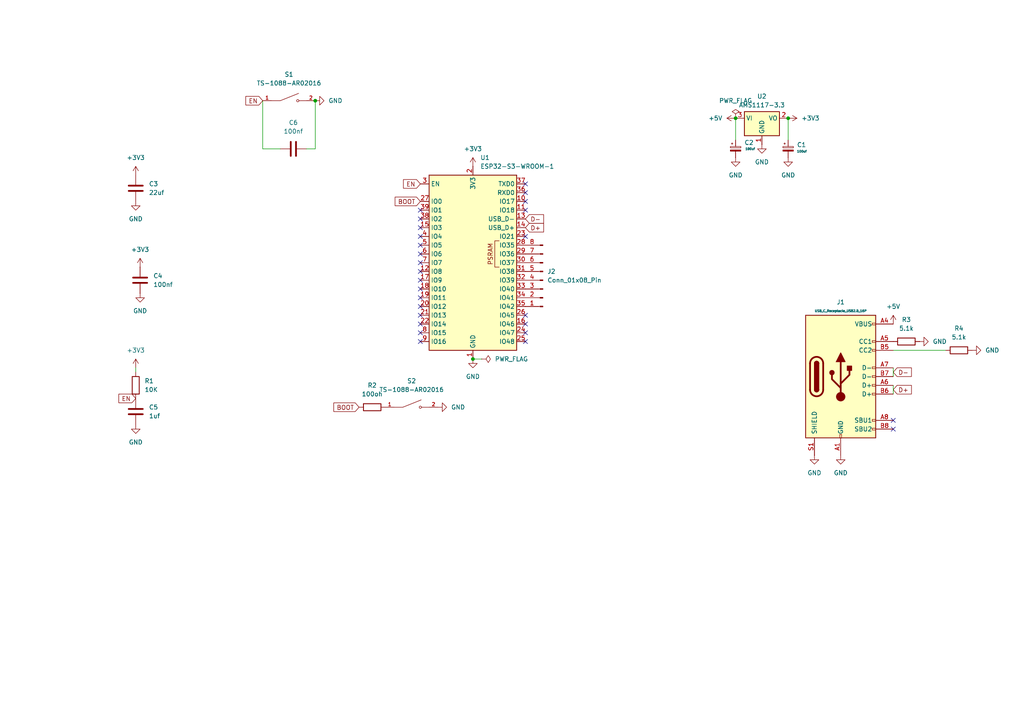
<source format=kicad_sch>
(kicad_sch (version 20250114) (generator "eeschema") (generator_version "9.0")
  (paper "A4")
  (lib_symbols
    (symbol "Connector:Conn_01x08_Pin" (pin_names (offset 1.016) (hide yes))
      (property "Reference" "J" (at 0 10.16 0))
      (property "Value" "Conn_01x08_Pin" (at 0 -12.7 0))
      (symbol "Conn_01x08_Pin_1_1"
        (rectangle (start 0.8636 7.747) (end 0 7.493) (stroke (width 0.1524)) (fill (type outline)))
        (rectangle (start 0.8636 5.207) (end 0 4.953) (stroke (width 0.1524)) (fill (type outline)))
        (rectangle (start 0.8636 2.667) (end 0 2.413) (stroke (width 0.1524)) (fill (type outline)))
        (rectangle (start 0.8636 0.127) (end 0 -0.127) (stroke (width 0.1524)) (fill (type outline)))
        (rectangle (start 0.8636 -2.413) (end 0 -2.667) (stroke (width 0.1524)) (fill (type outline)))
        (rectangle (start 0.8636 -4.953) (end 0 -5.207) (stroke (width 0.1524)) (fill (type outline)))
        (rectangle (start 0.8636 -7.493) (end 0 -7.747) (stroke (width 0.1524)) (fill (type outline)))
        (rectangle (start 0.8636 -10.033) (end 0 -10.287) (stroke (width 0.1524)) (fill (type outline)))
        (polyline (pts (xy 1.27 7.62) (xy 0.8636 7.62)) (stroke (width 0.1524)))
        (polyline (pts (xy 1.27 5.08) (xy 0.8636 5.08)) (stroke (width 0.1524)))
        (polyline (pts (xy 1.27 2.54) (xy 0.8636 2.54)) (stroke (width 0.1524)))
        (polyline (pts (xy 1.27 0) (xy 0.8636 0)) (stroke (width 0.1524)))
        (polyline (pts (xy 1.27 -2.54) (xy 0.8636 -2.54)) (stroke (width 0.1524)))
        (polyline (pts (xy 1.27 -5.08) (xy 0.8636 -5.08)) (stroke (width 0.1524)))
        (polyline (pts (xy 1.27 -7.62) (xy 0.8636 -7.62)) (stroke (width 0.1524)))
        (polyline (pts (xy 1.27 -10.16) (xy 0.8636 -10.16)) (stroke (width 0.1524)))
        (pin passive line (at 5.08 7.62 180) (length 3.81) (name "Pin_1") (number "1"))
        (pin passive line (at 5.08 5.08 180) (length 3.81) (name "Pin_2") (number "2"))
        (pin passive line (at 5.08 2.54 180) (length 3.81) (name "Pin_3") (number "3"))
        (pin passive line (at 5.08 0 180) (length 3.81) (name "Pin_4") (number "4"))
        (pin passive line (at 5.08 -2.54 180) (length 3.81) (name "Pin_5") (number "5"))
        (pin passive line (at 5.08 -5.08 180) (length 3.81) (name "Pin_6") (number "6"))
        (pin passive line (at 5.08 -7.62 180) (length 3.81) (name "Pin_7") (number "7"))
        (pin passive line (at 5.08 -10.16 180) (length 3.81) (name "Pin_8") (number "8"))
      )
    )
    (symbol "Connector:USB_C_Receptacle_USB2.0_16P" (pin_names (offset 1.016))
      (property "Reference" "J" (at 0 22.225 0))
      (property "Value" "USB_C_Receptacle_USB2.0_16P" (at 0 19.685 0))
      (symbol "USB_C_Receptacle_USB2.0_16P_0_0"
        (rectangle (start -0.254 -17.78) (end 0.254 -16.764))
        (rectangle (start 10.16 15.494) (end 9.144 14.986))
        (rectangle (start 10.16 10.414) (end 9.144 9.906))
        (rectangle (start 10.16 7.874) (end 9.144 7.366))
        (rectangle (start 10.16 2.794) (end 9.144 2.286))
        (rectangle (start 10.16 0.254) (end 9.144 -0.254))
        (rectangle (start 10.16 -2.286) (end 9.144 -2.794))
        (rectangle (start 10.16 -4.826) (end 9.144 -5.334))
        (rectangle (start 10.16 -12.446) (end 9.144 -12.954))
        (rectangle (start 10.16 -14.986) (end 9.144 -15.494))
      )
      (symbol "USB_C_Receptacle_USB2.0_16P_0_1"
        (rectangle (start -10.16 17.78) (end 10.16 -17.78) (stroke (width 0.254)) (fill (type background)))
        (polyline (pts (xy -8.89 -3.81) (xy -8.89 3.81)) (stroke (width 0.508)))
        (rectangle (start -7.62 -3.81) (end -6.35 3.81) (stroke (width 0.254)) (fill (type outline)))
        (arc (start -7.62 3.81) (mid -6.985 4.4423) (end -6.35 3.81) (stroke (width 0.254)))
        (arc (start -7.62 3.81) (mid -6.985 4.4423) (end -6.35 3.81) (stroke (width 0.254)) (fill (type outline)))
        (arc (start -8.89 3.81) (mid -6.985 5.7067) (end -5.08 3.81) (stroke (width 0.508)))
        (arc (start -5.08 -3.81) (mid -6.985 -5.7067) (end -8.89 -3.81) (stroke (width 0.508)))
        (arc (start -6.35 -3.81) (mid -6.985 -4.4423) (end -7.62 -3.81) (stroke (width 0.254)))
        (arc (start -6.35 -3.81) (mid -6.985 -4.4423) (end -7.62 -3.81) (stroke (width 0.254)) (fill (type outline)))
        (polyline (pts (xy -5.08 3.81) (xy -5.08 -3.81)) (stroke (width 0.508)))
        (circle (center -2.54 1.143) (radius 0.635) (stroke (width 0.254)) (fill (type outline)))
        (polyline (pts (xy -1.27 4.318) (xy 0 6.858) (xy 1.27 4.318) (xy -1.27 4.318)) (stroke (width 0.254)) (fill (type outline)))
        (polyline (pts (xy 0 -2.032) (xy 2.54 0.508) (xy 2.54 1.778)) (stroke (width 0.508)))
        (polyline (pts (xy 0 -3.302) (xy -2.54 -0.762) (xy -2.54 0.508)) (stroke (width 0.508)))
        (polyline (pts (xy 0 -5.842) (xy 0 4.318)) (stroke (width 0.508)))
        (circle (center 0 -5.842) (radius 1.27) (fill (type outline)))
        (rectangle (start 1.905 1.778) (end 3.175 3.048) (stroke (width 0.254)) (fill (type outline)))
      )
      (symbol "USB_C_Receptacle_USB2.0_16P_1_1"
        (pin passive line (at -7.62 -22.86 90) (length 5.08) (name "SHIELD") (number "S1"))
        (pin passive line (at 0 -22.86 90) (length 5.08) (name "GND") (number "A1"))
        (pin passive line (at 0 -22.86 90) (length 5.08) (hide yes) (name "GND") (number "A12"))
        (pin passive line (at 0 -22.86 90) (length 5.08) (hide yes) (name "GND") (number "B1"))
        (pin passive line (at 0 -22.86 90) (length 5.08) (hide yes) (name "GND") (number "B12"))
        (pin passive line (at 15.24 15.24 180) (length 5.08) (name "VBUS") (number "A4"))
        (pin passive line (at 15.24 15.24 180) (length 5.08) (hide yes) (name "VBUS") (number "A9"))
        (pin passive line (at 15.24 15.24 180) (length 5.08) (hide yes) (name "VBUS") (number "B4"))
        (pin passive line (at 15.24 15.24 180) (length 5.08) (hide yes) (name "VBUS") (number "B9"))
        (pin bidirectional line (at 15.24 10.16 180) (length 5.08) (name "CC1") (number "A5"))
        (pin bidirectional line (at 15.24 7.62 180) (length 5.08) (name "CC2") (number "B5"))
        (pin bidirectional line (at 15.24 2.54 180) (length 5.08) (name "D-") (number "A7"))
        (pin bidirectional line (at 15.24 0 180) (length 5.08) (name "D-") (number "B7"))
        (pin bidirectional line (at 15.24 -2.54 180) (length 5.08) (name "D+") (number "A6"))
        (pin bidirectional line (at 15.24 -5.08 180) (length 5.08) (name "D+") (number "B6"))
        (pin bidirectional line (at 15.24 -12.7 180) (length 5.08) (name "SBU1") (number "A8"))
        (pin bidirectional line (at 15.24 -15.24 180) (length 5.08) (name "SBU2") (number "B8"))
      )
    )
    (symbol "Device:C" (pin_numbers (hide yes)) (pin_names (offset 0.254))
      (property "Reference" "C" (at 0.635 2.54 0))
      (property "Value" "C" (at 0.635 -2.54 0))
      (symbol "C_0_1"
        (polyline (pts (xy -2.032 0.762) (xy 2.032 0.762)) (stroke (width 0.508)))
        (polyline (pts (xy -2.032 -0.762) (xy 2.032 -0.762)) (stroke (width 0.508)))
      )
      (symbol "C_1_1"
        (pin passive line (at 0 3.81 270) (length 2.794) (name "~") (number "1"))
        (pin passive line (at 0 -3.81 90) (length 2.794) (name "~") (number "2"))
      )
    )
    (symbol "Device:C_Polarized_Small" (pin_numbers (hide yes)) (pin_names (offset 0.254) (hide yes))
      (property "Reference" "C" (at 0.254 1.778 0))
      (property "Value" "C_Polarized_Small" (at 0.254 -2.032 0))
      (symbol "C_Polarized_Small_0_1"
        (rectangle (start -1.524 0.6858) (end 1.524 0.3048))
        (rectangle (start -1.524 -0.3048) (end 1.524 -0.6858) (fill (type outline)))
        (polyline (pts (xy -1.27 1.524) (xy -0.762 1.524)))
        (polyline (pts (xy -1.016 1.27) (xy -1.016 1.778)))
      )
      (symbol "C_Polarized_Small_1_1"
        (pin passive line (at 0 2.54 270) (length 1.8542) (name "~") (number "1"))
        (pin passive line (at 0 -2.54 90) (length 1.8542) (name "~") (number "2"))
      )
    )
    (symbol "Device:R" (pin_numbers (hide yes)) (pin_names (offset 0))
      (property "Reference" "R" (at 2.032 0 90))
      (property "Value" "R" (at 0 0 90))
      (symbol "R_0_1"
        (rectangle (start -1.016 -2.54) (end 1.016 2.54) (stroke (width 0.254)))
      )
      (symbol "R_1_1"
        (pin passive line (at 0 3.81 270) (length 1.27) (name "~") (number "1"))
        (pin passive line (at 0 -3.81 90) (length 1.27) (name "~") (number "2"))
      )
    )
    (symbol "RF_Module:ESP32-S3-WROOM-1"
      (property "Reference" "U" (at -12.7 26.67 0))
      (property "Value" "ESP32-S3-WROOM-1" (at 12.7 26.67 0))
      (symbol "ESP32-S3-WROOM-1_0_0"
        (rectangle (start -12.7 25.4) (end 12.7 -25.4) (stroke (width 0.254)) (fill (type background)))
        (text "PSRAM" (at 5.08 2.54 900) (effects (font (size 1.27 1.27))))
      )
      (symbol "ESP32-S3-WROOM-1_0_1"
        (polyline (pts (xy 7.62 -1.27) (xy 6.35 -1.27) (xy 6.35 6.35) (xy 7.62 6.35)))
      )
      (symbol "ESP32-S3-WROOM-1_1_1"
        (pin input line (at -15.24 22.86 0) (length 2.54) (name "EN") (number "3"))
        (pin bidirectional line (at -15.24 17.78 0) (length 2.54) (name "IO0") (number "27"))
        (pin bidirectional line (at -15.24 15.24 0) (length 2.54) (name "IO1") (number "39"))
        (pin bidirectional line (at -15.24 12.7 0) (length 2.54) (name "IO2") (number "38"))
        (pin bidirectional line (at -15.24 10.16 0) (length 2.54) (name "IO3") (number "15"))
        (pin bidirectional line (at -15.24 7.62 0) (length 2.54) (name "IO4") (number "4"))
        (pin bidirectional line (at -15.24 5.08 0) (length 2.54) (name "IO5") (number "5"))
        (pin bidirectional line (at -15.24 2.54 0) (length 2.54) (name "IO6") (number "6"))
        (pin bidirectional line (at -15.24 0 0) (length 2.54) (name "IO7") (number "7"))
        (pin bidirectional line (at -15.24 -2.54 0) (length 2.54) (name "IO8") (number "12"))
        (pin bidirectional line (at -15.24 -5.08 0) (length 2.54) (name "IO9") (number "17"))
        (pin bidirectional line (at -15.24 -7.62 0) (length 2.54) (name "IO10") (number "18"))
        (pin bidirectional line (at -15.24 -10.16 0) (length 2.54) (name "IO11") (number "19"))
        (pin bidirectional line (at -15.24 -12.7 0) (length 2.54) (name "IO12") (number "20"))
        (pin bidirectional line (at -15.24 -15.24 0) (length 2.54) (name "IO13") (number "21"))
        (pin bidirectional line (at -15.24 -17.78 0) (length 2.54) (name "IO14") (number "22"))
        (pin bidirectional line (at -15.24 -20.32 0) (length 2.54) (name "IO15") (number "8"))
        (pin bidirectional line (at -15.24 -22.86 0) (length 2.54) (name "IO16") (number "9"))
        (pin power_in line (at 0 27.94 270) (length 2.54) (name "3V3") (number "2"))
        (pin power_in line (at 0 -27.94 90) (length 2.54) (name "GND") (number "1"))
        (pin passive line (at 0 -27.94 90) (length 2.54) (hide yes) (name "GND") (number "40"))
        (pin passive line (at 0 -27.94 90) (length 2.54) (hide yes) (name "GND") (number "41"))
        (pin bidirectional line (at 15.24 22.86 180) (length 2.54) (name "TXD0") (number "37"))
        (pin bidirectional line (at 15.24 20.32 180) (length 2.54) (name "RXD0") (number "36"))
        (pin bidirectional line (at 15.24 17.78 180) (length 2.54) (name "IO17") (number "10"))
        (pin bidirectional line (at 15.24 15.24 180) (length 2.54) (name "IO18") (number "11"))
        (pin bidirectional line (at 15.24 12.7 180) (length 2.54) (name "USB_D-") (number "13"))
        (pin bidirectional line (at 15.24 10.16 180) (length 2.54) (name "USB_D+") (number "14"))
        (pin bidirectional line (at 15.24 7.62 180) (length 2.54) (name "IO21") (number "23"))
        (pin bidirectional line (at 15.24 5.08 180) (length 2.54) (name "IO35") (number "28"))
        (pin bidirectional line (at 15.24 2.54 180) (length 2.54) (name "IO36") (number "29"))
        (pin bidirectional line (at 15.24 0 180) (length 2.54) (name "IO37") (number "30"))
        (pin bidirectional line (at 15.24 -2.54 180) (length 2.54) (name "IO38") (number "31"))
        (pin bidirectional line (at 15.24 -5.08 180) (length 2.54) (name "IO39") (number "32"))
        (pin bidirectional line (at 15.24 -7.62 180) (length 2.54) (name "IO40") (number "33"))
        (pin bidirectional line (at 15.24 -10.16 180) (length 2.54) (name "IO41") (number "34"))
        (pin bidirectional line (at 15.24 -12.7 180) (length 2.54) (name "IO42") (number "35"))
        (pin bidirectional line (at 15.24 -15.24 180) (length 2.54) (name "IO45") (number "26"))
        (pin bidirectional line (at 15.24 -17.78 180) (length 2.54) (name "IO46") (number "16"))
        (pin bidirectional line (at 15.24 -20.32 180) (length 2.54) (name "IO47") (number "24"))
        (pin bidirectional line (at 15.24 -22.86 180) (length 2.54) (name "IO48") (number "25"))
      )
    )
    (symbol "Regulator_Linear:AMS1117-3.3"
      (property "Reference" "U" (at -3.81 3.175 0))
      (property "Value" "AMS1117-3.3" (at 0 3.175 0))
      (symbol "AMS1117-3.3_0_1"
        (rectangle (start -5.08 -5.08) (end 5.08 1.905) (stroke (width 0.254)) (fill (type background)))
      )
      (symbol "AMS1117-3.3_1_1"
        (pin power_in line (at -7.62 0 0) (length 2.54) (name "VI") (number "3"))
        (pin power_in line (at 0 -7.62 90) (length 2.54) (name "GND") (number "1"))
        (pin power_out line (at 7.62 0 180) (length 2.54) (name "VO") (number "2"))
      )
    )
    (symbol "TS-1088-AR02016:TS-1088-AR02016" (pin_names (offset 1.016))
      (property "Reference" "S" (at -2.54 2.54 0))
      (property "Value" "TS-1088-AR02016" (at -2.54 -2.54 0))
      (symbol "TS-1088-AR02016_0_0"
        (polyline (pts (xy -2.54 0) (xy -5.08 0)) (stroke (width 0.1524)))
        (polyline (pts (xy -2.54 0) (xy 2.794 2.1336)) (stroke (width 0.1524)))
        (circle (center 2.54 0) (radius 0.3302) (stroke (width 0.1524)))
        (polyline (pts (xy 5.08 0) (xy 2.921 0)) (stroke (width 0.1524)))
        (pin passive line (at -7.62 0 0) (length 2.54) (name "~") (number "1"))
        (pin passive line (at 7.62 0 180) (length 2.54) (name "~") (number "2"))
      )
    )
    (symbol "power:+3V3" (power) (pin_numbers (hide yes)) (pin_names (offset 0) (hide yes))
      (property "Value" "+3V3" (at 0 3.556 0))
      (symbol "+3V3_0_1"
        (polyline (pts (xy -0.762 1.27) (xy 0 2.54)))
        (polyline (pts (xy 0 2.54) (xy 0.762 1.27)))
        (polyline (pts (xy 0 0) (xy 0 2.54)))
      )
      (symbol "+3V3_1_1"
        (pin power_in line (at 0 0 90) (length 0) (name "~") (number "1"))
      )
    )
    (symbol "power:+5V" (power) (pin_numbers (hide yes)) (pin_names (offset 0) (hide yes))
      (property "Value" "+5V" (at 0 3.556 0))
      (symbol "+5V_0_1"
        (polyline (pts (xy -0.762 1.27) (xy 0 2.54)))
        (polyline (pts (xy 0 2.54) (xy 0.762 1.27)))
        (polyline (pts (xy 0 0) (xy 0 2.54)))
      )
      (symbol "+5V_1_1"
        (pin power_in line (at 0 0 90) (length 0) (name "~") (number "1"))
      )
    )
    (symbol "power:GND" (power) (pin_numbers (hide yes)) (pin_names (offset 0) (hide yes))
      (property "Value" "GND" (at 0 -3.81 0))
      (symbol "GND_0_1"
        (polyline (pts (xy 0 0) (xy 0 -1.27) (xy 1.27 -1.27) (xy 0 -2.54) (xy -1.27 -1.27) (xy 0 -1.27)))
      )
      (symbol "GND_1_1"
        (pin power_in line (at 0 0 270) (length 0) (name "~") (number "1"))
      )
    )
    (symbol "power:PWR_FLAG" (power) (pin_numbers (hide yes)) (pin_names (offset 0) (hide yes))
      (property "Value" "PWR_FLAG" (at 0 3.81 0))
      (symbol "PWR_FLAG_0_0"
        (pin power_out line (at 0 0 90) (length 0) (name "~") (number "1"))
      )
      (symbol "PWR_FLAG_0_1"
        (polyline (pts (xy 0 0) (xy 0 1.27) (xy -1.016 1.905) (xy 0 2.54) (xy 1.016 1.905) (xy 0 1.27)))
      )
    )
  )
  (junction (at 137.16 104.14))
  (junction (at 228.6 34.29))
  (junction (at 213.36 34.29))
  (junction (at 91.44 29.21))
  (no_connect (at 152.4 68.58))
  (no_connect (at 121.92 71.12))
  (no_connect (at 259.08 124.46))
  (no_connect (at 152.4 93.98))
  (no_connect (at 121.92 76.2))
  (no_connect (at 259.08 121.92))
  (no_connect (at 121.92 63.5))
  (no_connect (at 152.4 58.42))
  (no_connect (at 152.4 96.52))
  (no_connect (at 121.92 60.96))
  (no_connect (at 121.92 99.06))
  (no_connect (at 121.92 73.66))
  (no_connect (at 152.4 60.96))
  (no_connect (at 121.92 88.9))
  (no_connect (at 121.92 91.44))
  (no_connect (at 152.4 55.88))
  (no_connect (at 121.92 68.58))
  (no_connect (at 121.92 66.04))
  (no_connect (at 152.4 53.34))
  (no_connect (at 121.92 96.52))
  (no_connect (at 152.4 91.44))
  (no_connect (at 152.4 99.06))
  (no_connect (at 121.92 78.74))
  (no_connect (at 121.92 83.82))
  (no_connect (at 121.92 93.98))
  (no_connect (at 121.92 86.36))
  (no_connect (at 121.92 81.28))
  (wire (pts (xy 91.44 43.18) (xy 88.9 43.18)))
  (wire (pts (xy 137.16 104.14) (xy 139.7 104.14)))
  (wire (pts (xy 259.08 106.68) (xy 259.08 109.22)))
  (wire (pts (xy 259.08 101.6) (xy 274.32 101.6)))
  (wire (pts (xy 213.36 34.29) (xy 213.36 40.64)))
  (wire (pts (xy 39.37 106.68) (xy 39.37 107.95)))
  (wire (pts (xy 259.08 111.76) (xy 259.08 114.3)))
  (wire (pts (xy 228.6 34.29) (xy 228.6 40.64)))
  (wire (pts (xy 91.44 29.21) (xy 91.44 43.18)))
  (wire (pts (xy 76.2 29.21) (xy 76.2 43.18)))
  (wire (pts (xy 76.2 43.18) (xy 81.28 43.18)))
  (global_label "BOOT" (shape input) (at 104.14 118.11 180) (property "Intersheetrefs" "${INTERSHEET_REFS}" (effects (hide yes))))
  (global_label "EN" (shape input) (at 121.92 53.34 180) (property "Intersheetrefs" "${INTERSHEET_REFS}" (effects (hide yes))))
  (global_label "D+" (shape input) (at 152.4 66.04 0) (property "Intersheetrefs" "${INTERSHEET_REFS}" (effects (hide yes))))
  (global_label "D-" (shape input) (at 259.08 107.95 0) (property "Intersheetrefs" "${INTERSHEET_REFS}" (effects (hide yes))))
  (global_label "D-" (shape input) (at 152.4 63.5 0) (property "Intersheetrefs" "${INTERSHEET_REFS}" (effects (hide yes))))
  (global_label "EN" (shape input) (at 39.37 115.57 180) (property "Intersheetrefs" "${INTERSHEET_REFS}" (effects (hide yes))))
  (global_label "EN" (shape input) (at 76.2 29.21 180) (property "Intersheetrefs" "${INTERSHEET_REFS}" (effects (hide yes))))
  (global_label "D+" (shape input) (at 259.08 113.03 0) (property "Intersheetrefs" "${INTERSHEET_REFS}" (effects (hide yes))))
  (global_label "BOOT" (shape input) (at 121.92 58.42 180) (property "Intersheetrefs" "${INTERSHEET_REFS}" (effects (hide yes))))
  (symbol (lib_id "power:GND") (at 39.37 123.19 0) (unit 1)
    (property "Reference" "#PWR013" (effects (hide yes)))
    (property "Value" "GND" (at 39.37 128.27 0))
    (property "Description" "Power symbol creates a global label with name \"GND\" , ground" (effects (hide yes)))
  )
  (symbol (lib_id "power:+3V3") (at 39.37 106.68 0) (unit 1)
    (property "Reference" "#PWR012" (effects (hide yes)))
    (property "Value" "+3V3" (at 39.37 101.6 0))
    (property "Description" "Power symbol creates a global label with name \"+3V3\"" (effects (hide yes)))
  )
  (symbol (lib_id "power:+5V") (at 213.36 34.29 90) (unit 1)
    (property "Reference" "#PWR03" (effects (hide yes)))
    (property "Value" "+5V" (at 209.55 34.2899 90) (effects (justify left)))
    (property "Description" "Power symbol creates a global label with name \"+5V\"" (effects (hide yes)))
  )
  (symbol (lib_id "RF_Module:ESP32-S3-WROOM-1") (at 137.16 76.2 0) (unit 1)
    (property "Reference" "U1" (at 139.3033 45.72 0) (effects (justify left)))
    (property "Value" "ESP32-S3-WROOM-1" (at 139.3033 48.26 0) (effects (justify left)))
    (property "Footprint" "RF_Module:ESP32-S3-WROOM-1" (effects (hide yes)))
    (property "Datasheet" "https://www.espressif.com/sites/default/files/documentation/esp32-s3-wroom-1_wroom-1u_datasheet_en.pdf" (effects (hide yes)))
    (property "Description" "RF Module, ESP32-S3 SoC, Wi-Fi 802.11b/g/n, Bluetooth, BLE, 32-bit, 3.3V, onboard antenna, SMD" (effects (hide yes)))
  )
  (symbol (lib_id "Device:R") (at 107.95 118.11 90) (unit 1)
    (property "Reference" "R2" (at 107.95 111.76 90))
    (property "Value" "100oh" (at 107.95 114.3 90))
    (property "Footprint" "Resistor_SMD:R_0805_2012Metric" (effects (hide yes)))
    (property "Description" "Resistor" (effects (hide yes)))
  )
  (symbol (lib_id "power:GND") (at 39.37 58.42 0) (unit 1)
    (property "Reference" "#PWR09" (effects (hide yes)))
    (property "Value" "GND" (at 39.37 63.5 0))
    (property "Description" "Power symbol creates a global label with name \"GND\" , ground" (effects (hide yes)))
  )
  (symbol (lib_id "Regulator_Linear:AMS1117-3.3") (at 220.98 34.29 0) (unit 1)
    (property "Reference" "U2" (at 220.98 27.94 0))
    (property "Value" "AMS1117-3.3" (at 220.98 30.48 0))
    (property "Footprint" "Package_TO_SOT_SMD:SOT-223-3_TabPin2" (effects (hide yes)))
    (property "Datasheet" "http://www.advanced-monolithic.com/pdf/ds1117.pdf" (effects (hide yes)))
    (property "Description" "1A Low Dropout regulator, positive, 3.3V fixed output, SOT-223" (effects (hide yes)))
  )
  (symbol (lib_id "power:PWR_FLAG") (at 139.7 104.14 270) (unit 1)
    (property "Reference" "#FLG02" (effects (hide yes)))
    (property "Value" "PWR_FLAG" (at 143.51 104.1399 90) (effects (justify left)))
    (property "Description" "Special symbol for telling ERC where power comes from" (effects (hide yes)))
  )
  (symbol (lib_id "Device:R") (at 39.37 111.76 0) (unit 1)
    (property "Reference" "R1" (at 41.91 110.4899 0) (effects (justify left)))
    (property "Value" "10K" (at 41.91 113.0299 0) (effects (justify left)))
    (property "Footprint" "Resistor_SMD:R_0805_2012Metric" (effects (hide yes)))
    (property "Description" "Resistor" (effects (hide yes)))
  )
  (symbol (lib_id "Device:C_Polarized_Small") (at 228.6 43.18 0) (unit 1)
    (property "Reference" "C1" (at 231.14 41.9988 0) (effects (justify left)))
    (property "Value" "100uf" (at 231.14 43.9039 0) (effects (font (size 0.635 0.635)) (justify left)))
    (property "Footprint" "Capacitor_Tantalum_SMD:CP_EIA-3528-21_Kemet-B_HandSolder" (effects (hide yes)))
    (property "Description" "Polarized capacitor, small symbol" (effects (hide yes)))
  )
  (symbol (lib_id "power:+3V3") (at 39.37 50.8 0) (unit 1)
    (property "Reference" "#PWR08" (effects (hide yes)))
    (property "Value" "+3V3" (at 39.37 45.72 0))
    (property "Description" "Power symbol creates a global label with name \"+3V3\"" (effects (hide yes)))
  )
  (symbol (lib_id "power:GND") (at 220.98 41.91 0) (unit 1)
    (property "Reference" "#PWR04" (effects (hide yes)))
    (property "Value" "GND" (at 220.98 46.99 0))
    (property "Description" "Power symbol creates a global label with name \"GND\" , ground" (effects (hide yes)))
  )
  (symbol (lib_id "Connector:Conn_01x08_Pin") (at 157.48 81.28 180) (unit 1)
    (property "Reference" "J2" (at 158.75 78.7399 0) (effects (justify right)))
    (property "Value" "Conn_01x08_Pin" (at 158.75 81.2799 0) (effects (justify right)))
    (property "Footprint" "Connector_PinHeader_1.00mm:PinHeader_1x08_P1.00mm_Vertical" (effects (hide yes)))
    (property "Description" "Generic connector, single row, 01x08, script generated" (effects (hide yes)))
  )
  (symbol (lib_id "Device:R") (at 278.13 101.6 90) (unit 1)
    (property "Reference" "R4" (at 278.13 95.25 90))
    (property "Value" "5.1k" (at 278.13 97.79 90))
    (property "Footprint" "Resistor_SMD:R_0805_2012Metric" (effects (hide yes)))
    (property "Description" "Resistor" (effects (hide yes)))
  )
  (symbol (lib_id "power:GND") (at 281.94 101.6 90) (unit 1)
    (property "Reference" "#PWR016" (effects (hide yes)))
    (property "Value" "GND" (at 285.75 101.5999 90) (effects (justify right)))
    (property "Description" "Power symbol creates a global label with name \"GND\" , ground" (effects (hide yes)))
  )
  (symbol (lib_id "power:GND") (at 266.7 99.06 90) (unit 1)
    (property "Reference" "#PWR017" (effects (hide yes)))
    (property "Value" "GND" (at 270.51 99.0599 90) (effects (justify right)))
    (property "Description" "Power symbol creates a global label with name \"GND\" , ground" (effects (hide yes)))
  )
  (symbol (lib_id "Device:C_Polarized_Small") (at 213.36 43.18 0) (unit 1)
    (property "Reference" "C2" (at 215.9 41.3638 0) (effects (justify left)))
    (property "Value" "100uf" (at 216.154 43.18 0) (effects (font (size 0.635 0.635)) (justify left)))
    (property "Footprint" "Capacitor_Tantalum_SMD:CP_EIA-3528-21_Kemet-B_HandSolder" (effects (hide yes)))
    (property "Description" "Polarized capacitor, small symbol" (effects (hide yes)))
  )
  (symbol (lib_id "power:+5V") (at 259.08 93.98 0) (unit 1)
    (property "Reference" "#PWR020" (effects (hide yes)))
    (property "Value" "+5V" (at 259.08 88.9 0))
    (property "Description" "Power symbol creates a global label with name \"+5V\"" (effects (hide yes)))
  )
  (symbol (lib_id "Connector:USB_C_Receptacle_USB2.0_16P") (at 243.84 109.22 0) (unit 1)
    (property "Reference" "J1" (at 243.84 87.63 0))
    (property "Value" "USB_C_Receptacle_USB2.0_16P" (at 243.84 90.17 0) (effects (font (size 0.635 0.635))))
    (property "Footprint" "Connector_USB:USB_C_Receptacle_GCT_USB4105-xx-A_16P_TopMnt_Horizontal" (effects (hide yes)))
    (property "Datasheet" "https://www.usb.org/sites/default/files/documents/usb_type-c.zip" (effects (hide yes)))
    (property "Description" "USB 2.0-only 16P Type-C Receptacle connector" (effects (hide yes)))
  )
  (symbol (lib_id "power:+3V3") (at 137.16 48.26 0) (unit 1)
    (property "Reference" "#PWR01" (effects (hide yes)))
    (property "Value" "+3V3" (at 137.16 43.18 0))
    (property "Description" "Power symbol creates a global label with name \"+3V3\"" (effects (hide yes)))
  )
  (symbol (lib_id "power:PWR_FLAG") (at 213.36 34.29 0) (unit 1)
    (property "Reference" "#FLG01" (effects (hide yes)))
    (property "Value" "PWR_FLAG" (at 213.36 29.21 0))
    (property "Description" "Special symbol for telling ERC where power comes from" (effects (hide yes)))
  )
  (symbol (lib_id "power:GND") (at 228.6 45.72 0) (unit 1)
    (property "Reference" "#PWR07" (effects (hide yes)))
    (property "Value" "GND" (at 228.6 50.8 0))
    (property "Description" "Power symbol creates a global label with name \"GND\" , ground" (effects (hide yes)))
  )
  (symbol (lib_id "power:GND") (at 40.64 85.09 0) (unit 1)
    (property "Reference" "#PWR011" (effects (hide yes)))
    (property "Value" "GND" (at 40.64 90.17 0))
    (property "Description" "Power symbol creates a global label with name \"GND\" , ground" (effects (hide yes)))
  )
  (symbol (lib_id "Device:R") (at 262.89 99.06 90) (unit 1)
    (property "Reference" "R3" (at 262.89 92.71 90))
    (property "Value" "5.1k" (at 262.89 95.25 90))
    (property "Footprint" "Resistor_SMD:R_0805_2012Metric" (effects (hide yes)))
    (property "Description" "Resistor" (effects (hide yes)))
  )
  (symbol (lib_id "Device:C") (at 39.37 54.61 0) (unit 1)
    (property "Reference" "C3" (at 43.18 53.3399 0) (effects (justify left)))
    (property "Value" "22uf" (at 43.18 55.8799 0) (effects (justify left)))
    (property "Footprint" "Capacitor_SMD:C_0805_2012Metric_Pad1.18x1.45mm_HandSolder" (effects (hide yes)))
    (property "Description" "Unpolarized capacitor" (effects (hide yes)))
  )
  (symbol (lib_id "power:+3V3") (at 40.64 77.47 0) (unit 1)
    (property "Reference" "#PWR010" (effects (hide yes)))
    (property "Value" "+3V3" (at 40.64 72.39 0))
    (property "Description" "Power symbol creates a global label with name \"+3V3\"" (effects (hide yes)))
  )
  (symbol (lib_id "power:GND") (at 236.22 132.08 0) (unit 1)
    (property "Reference" "#PWR019" (effects (hide yes)))
    (property "Value" "GND" (at 236.22 137.16 0))
    (property "Description" "Power symbol creates a global label with name \"GND\" , ground" (effects (hide yes)))
  )
  (symbol (lib_id "TS-1088-AR02016:TS-1088-AR02016") (at 119.38 118.11 0) (unit 1)
    (property "Reference" "S2" (at 119.38 110.49 0))
    (property "Value" "TS-1088-AR02016" (at 119.38 113.03 0))
    (property "Footprint" "TS-1088-AR02016_THT:SW_TS-1088-AR02016" (effects (hide yes)))
    (property "MF" "Xunpu" (effects (hide yes)))
    (property "MAXIMUM_PACKAGE_HEIGHT" "2.0 mm" (effects (hide yes)))
    (property "Package" "Package" (effects (hide yes)))
    (property "Price" "None" (effects (hide yes)))
    (property "Check_prices" "https://www.snapeda.com/parts/TS-1088-AR02016/Xunpu/view-part/?ref=eda" (effects (hide yes)))
    (property "STANDARD" "Manufacturer Recommendations" (effects (hide yes)))
    (property "PARTREV" "N/A" (effects (hide yes)))
    (property "SnapEDA_Link" "https://www.snapeda.com/parts/TS-1088-AR02016/Xunpu/view-part/?ref=snap" (effects (hide yes)))
    (property "MP" "TS-1088-AR02016" (effects (hide yes)))
    (property "Description_1" "50mA 4mm 100MΩ 100,000 Times 12V 160gf 3mm 2mm Round Button Vertical welding SPST SMD Tactile Switches ROHS" (effects (hide yes)))
    (property "Availability" "Not in stock" (effects (hide yes)))
    (property "MANUFACTURER" "Xunpu" (effects (hide yes)))
  )
  (symbol (lib_id "power:GND") (at 91.44 29.21 90) (unit 1)
    (property "Reference" "#PWR014" (effects (hide yes)))
    (property "Value" "GND" (at 95.25 29.2099 90) (effects (justify right)))
    (property "Description" "Power symbol creates a global label with name \"GND\" , ground" (effects (hide yes)))
  )
  (symbol (lib_id "Device:C") (at 39.37 119.38 180) (unit 1)
    (property "Reference" "C5" (at 43.18 118.1099 0) (effects (justify right)))
    (property "Value" "1uf" (at 43.18 120.6499 0) (effects (justify right)))
    (property "Footprint" "Capacitor_SMD:C_0805_2012Metric_Pad1.18x1.45mm_HandSolder" (effects (hide yes)))
    (property "Description" "Unpolarized capacitor" (effects (hide yes)))
  )
  (symbol (lib_id "power:GND") (at 127 118.11 90) (unit 1)
    (property "Reference" "#PWR015" (effects (hide yes)))
    (property "Value" "GND" (at 130.81 118.1099 90) (effects (justify right)))
    (property "Description" "Power symbol creates a global label with name \"GND\" , ground" (effects (hide yes)))
  )
  (symbol (lib_id "TS-1088-AR02016:TS-1088-AR02016") (at 83.82 29.21 0) (unit 1)
    (property "Reference" "S1" (at 83.82 21.59 0))
    (property "Value" "TS-1088-AR02016" (at 83.82 24.13 0))
    (property "Footprint" "TS-1088-AR02016_THT:SW_TS-1088-AR02016" (effects (hide yes)))
    (property "MF" "Xunpu" (effects (hide yes)))
    (property "MAXIMUM_PACKAGE_HEIGHT" "2.0 mm" (effects (hide yes)))
    (property "Package" "Package" (effects (hide yes)))
    (property "Price" "None" (effects (hide yes)))
    (property "Check_prices" "https://www.snapeda.com/parts/TS-1088-AR02016/Xunpu/view-part/?ref=eda" (effects (hide yes)))
    (property "STANDARD" "Manufacturer Recommendations" (effects (hide yes)))
    (property "PARTREV" "N/A" (effects (hide yes)))
    (property "SnapEDA_Link" "https://www.snapeda.com/parts/TS-1088-AR02016/Xunpu/view-part/?ref=snap" (effects (hide yes)))
    (property "MP" "TS-1088-AR02016" (effects (hide yes)))
    (property "Description_1" "50mA 4mm 100MΩ 100,000 Times 12V 160gf 3mm 2mm Round Button Vertical welding SPST SMD Tactile Switches ROHS" (effects (hide yes)))
    (property "Availability" "Not in stock" (effects (hide yes)))
    (property "MANUFACTURER" "Xunpu" (effects (hide yes)))
  )
  (symbol (lib_id "power:GND") (at 137.16 104.14 0) (unit 1)
    (property "Reference" "#PWR02" (effects (hide yes)))
    (property "Value" "GND" (at 137.16 109.22 0))
    (property "Description" "Power symbol creates a global label with name \"GND\" , ground" (effects (hide yes)))
  )
  (symbol (lib_id "Device:C") (at 40.64 81.28 0) (unit 1)
    (property "Reference" "C4" (at 44.45 80.0099 0) (effects (justify left)))
    (property "Value" "100nf" (at 44.45 82.5499 0) (effects (justify left)))
    (property "Footprint" "Capacitor_SMD:C_0805_2012Metric_Pad1.18x1.45mm_HandSolder" (effects (hide yes)))
    (property "Description" "Unpolarized capacitor" (effects (hide yes)))
  )
  (symbol (lib_id "power:GND") (at 243.84 132.08 0) (unit 1)
    (property "Reference" "#PWR018" (effects (hide yes)))
    (property "Value" "GND" (at 243.84 137.16 0))
    (property "Description" "Power symbol creates a global label with name \"GND\" , ground" (effects (hide yes)))
  )
  (symbol (lib_id "Device:C") (at 85.09 43.18 270) (unit 1)
    (property "Reference" "C6" (at 85.09 35.56 90))
    (property "Value" "100nf" (at 85.09 38.1 90))
    (property "Footprint" "Capacitor_SMD:C_0805_2012Metric_Pad1.18x1.45mm_HandSolder" (effects (hide yes)))
    (property "Description" "Unpolarized capacitor" (effects (hide yes)))
  )
  (symbol (lib_id "power:+3V3") (at 228.6 34.29 270) (unit 1)
    (property "Reference" "#PWR05" (effects (hide yes)))
    (property "Value" "+3V3" (at 232.41 34.2899 90) (effects (justify left)))
    (property "Description" "Power symbol creates a global label with name \"+3V3\"" (effects (hide yes)))
  )
  (symbol (lib_id "power:GND") (at 213.36 45.72 0) (unit 1)
    (property "Reference" "#PWR06" (effects (hide yes)))
    (property "Value" "GND" (at 213.36 50.8 0))
    (property "Description" "Power symbol creates a global label with name \"GND\" , ground" (effects (hide yes)))
  )
)
</source>
